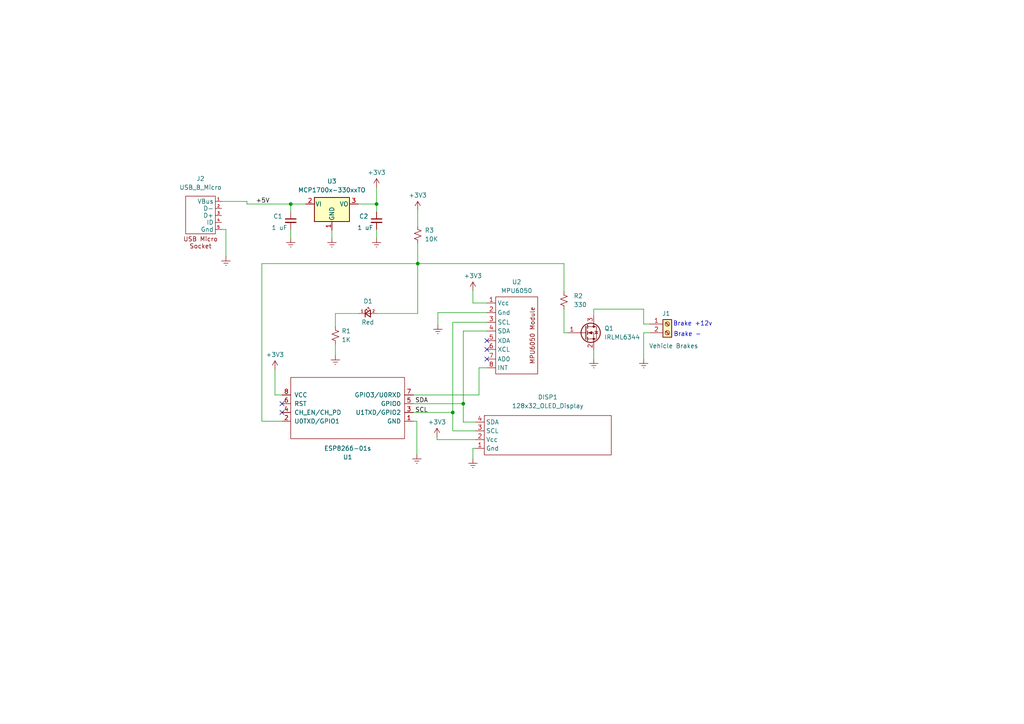
<source format=kicad_sch>
(kicad_sch (version 20231120) (generator "eeschema") (generator_version "8.0")
  (paper "A4")
  (title_block (title "Acceleration Logger and indicator") (date "2025-04-07") (rev "0.1.0"))
  (lib_symbols
    (symbol "Connector:Screw_Terminal_01x02" (pin_names (offset 1.016) hide)
      (property "Reference" "J" (at 0 2.54 0))
      (property "Value" "Screw_Terminal_01x02" (at 0 -5.08 0))
      (symbol "Screw_Terminal_01x02_1_1"
        (rectangle (start -1.27 1.27) (end 1.27 -3.81) (stroke (width 0.254)) (fill (type background)))
        (circle (center 0 -2.54) (radius 0.635) (stroke (width 0.1524)))
        (polyline (pts (xy -0.5334 -2.2098) (xy 0.3302 -3.048)) (stroke (width 0.1524)))
        (polyline (pts (xy -0.5334 0.3302) (xy 0.3302 -0.508)) (stroke (width 0.1524)))
        (polyline (pts (xy -0.3556 -2.032) (xy 0.508 -2.8702)) (stroke (width 0.1524)))
        (polyline (pts (xy -0.3556 0.508) (xy 0.508 -0.3302)) (stroke (width 0.1524)))
        (circle (center 0 0) (radius 0.635) (stroke (width 0.1524)))
        (pin passive line (at -5.08 0 0) (length 3.81) (name "Pin_1") (number "1"))
        (pin passive line (at -5.08 -2.54 0) (length 3.81) (name "Pin_2") (number "2"))
      )
    )
    (symbol "Davids_Symbols:128x32_OLED_Display"
      (property "Reference" "DISP?" (at 5.715 0 0))
      (property "Value" "128x32_OLED_Display" (at 12.065 -6.35 0))
      (symbol "128x32_OLED_Display_0_1"
        (rectangle (start 26.035 -12.7) (end -10.795 -1.27) (stroke (width 0.1524)))
      )
      (symbol "128x32_OLED_Display_1_1"
        (pin power_in line (at -13.335 -10.795 0) (length 2.54) (name "Gnd") (number "1"))
        (pin power_in line (at -13.335 -8.255 0) (length 2.54) (name "Vcc") (number "2"))
        (pin input line (at -13.335 -5.715 0) (length 2.54) (name "SCL") (number "3"))
        (pin input line (at -13.335 -3.175 0) (length 2.54) (name "SDA") (number "4"))
      )
    )
    (symbol "Davids_Symbols:MPU6050_Accelerometer_Module"
      (property "Reference" "U" (at 5.588 23.368 0))
      (symbol "MPU6050_Accelerometer_Module_0_1"
        (rectangle (start 0 22.352) (end 12.192 0))
      )
      (symbol "MPU6050_Accelerometer_Module_1_1"
        (text "MPU6050 Module" (at 1.524 11.176 900) (effects (font (size 1.27 1.27))))
        (pin power_in line (at 14.732 20.574 180) (length 2.54) (name "Vcc") (number "1"))
        (pin power_in line (at 14.732 17.78 180) (length 2.54) (name "Gnd") (number "2"))
        (pin bidirectional line (at 14.732 14.986 180) (length 2.54) (name "SCL") (number "3"))
        (pin bidirectional line (at 14.732 12.446 180) (length 2.54) (name "SDA") (number "4"))
        (pin bidirectional line (at 14.732 9.652 180) (length 2.54) (name "XDA") (number "5"))
        (pin bidirectional line (at 14.732 7.112 180) (length 2.54) (name "XCL") (number "6"))
        (pin input line (at 14.732 4.318 180) (length 2.54) (name "AD0") (number "7"))
        (pin output line (at 14.732 1.778 180) (length 2.54) (name "INT") (number "8"))
      )
    )
    (symbol "Davids_Symbols:USB_Micro_Breakout_Board"
      (property "Reference" "U" (at 3.81 12.7 0))
      (symbol "USB_Micro_Breakout_Board_0_1"
        (rectangle (start 0 10.922) (end 8.636 0))
      )
      (symbol "USB_Micro_Breakout_Board_1_0"
        (pin passive line (at 10.414 9.398 180) (length 1.778) (name "VBus") (number "1"))
        (pin bidirectional line (at 10.414 7.366 180) (length 1.778) (name "D-") (number "2"))
        (pin bidirectional line (at 10.414 5.334 180) (length 1.778) (name "D+") (number "3"))
        (pin passive line (at 10.414 3.302 180) (length 1.778) (name "ID") (number "4"))
        (pin power_out line (at 10.414 1.27 180) (length 1.778) (name "Gnd") (number "5"))
      )
      (symbol "USB_Micro_Breakout_Board_1_1"
        (text "USB Micro\nSocket" (at 4.318 -2.54 0) (effects (font (size 1.27 1.27))))
      )
    )
    (symbol "Device:C_Small" (pin_numbers hide) (pin_names (offset 0.254) hide)
      (property "Reference" "C" (at 0.254 1.778 0))
      (property "Value" "C_Small" (at 0.254 -2.032 0))
      (symbol "C_Small_0_1"
        (polyline (pts (xy -1.524 -0.508) (xy 1.524 -0.508)) (stroke (width 0.3302)))
        (polyline (pts (xy -1.524 0.508) (xy 1.524 0.508)) (stroke (width 0.3048)))
      )
      (symbol "C_Small_1_1"
        (pin passive line (at 0 2.54 270) (length 2.032) (name "~") (number "1"))
        (pin passive line (at 0 -2.54 90) (length 2.032) (name "~") (number "2"))
      )
    )
    (symbol "Device:LED_Small" (pin_names (offset 0.254) hide)
      (property "Reference" "D1" (at 0.0635 3.556 0))
      (property "Value" "Red" (at 0 -2.54 0))
      (symbol "LED_Small_0_1"
        (polyline (pts (xy -0.762 -1.016) (xy -0.762 1.016)) (stroke (width 0.254)))
        (polyline (pts (xy 1.016 0) (xy -0.762 0)))
        (polyline (pts (xy 0.762 -1.016) (xy -0.762 0) (xy 0.762 1.016) (xy 0.762 -1.016)) (stroke (width 0.254)))
        (polyline (pts (xy 0 0.762) (xy -0.508 1.27) (xy -0.254 1.27) (xy -0.508 1.27) (xy -0.508 1.016)))
        (polyline (pts (xy 0.508 1.27) (xy 0 1.778) (xy 0.254 1.778) (xy 0 1.778) (xy 0 1.524)))
      )
      (symbol "LED_Small_1_0"
        (pin passive line (at -2.54 0 0) (length 1.778) (name "K") (number "1"))
        (pin passive line (at 2.54 0 180) (length 1.778) (name "A") (number "2"))
      )
    )
    (symbol "Device:R_Small_US" (pin_numbers hide) (pin_names (offset 0.254) hide)
      (property "Reference" "R" (at 0.762 0.508 0))
      (property "Value" "R_Small_US" (at 0.762 -1.016 0))
      (symbol "R_Small_US_1_1"
        (polyline (pts (xy 0 0) (xy 1.016 -0.381) (xy 0 -0.762) (xy -1.016 -1.143) (xy 0 -1.524)))
        (polyline (pts (xy 0 1.524) (xy 1.016 1.143) (xy 0 0.762) (xy -1.016 0.381) (xy 0 0)))
        (pin passive line (at 0 2.54 270) (length 1.016) (name "~") (number "1"))
        (pin passive line (at 0 -2.54 90) (length 1.016) (name "~") (number "2"))
      )
    )
    (symbol "ESP8266:ESP8266-01s" (pin_names (offset 1.016))
      (property "Reference" "U" (at -1.778 10.414 0))
      (property "Value" "ESP8266-01s" (at 0 -6.985 0))
      (symbol "ESP8266-01s_1_0"
        (rectangle (start -16.51 8.89) (end 16.51 -8.89))
      )
      (symbol "ESP8266-01s_1_1"
        (pin power_in line (at -19.05 3.81 0) (length 2.54) (name "GND") (number "1"))
        (pin bidirectional line (at 19.05 3.81 180) (length 2.54) (name "U0TXD/GPIO1") (number "2"))
        (pin bidirectional line (at -19.05 1.27 0) (length 2.54) (name "U1TXD/GPIO2") (number "3"))
        (pin input line (at 19.05 1.27 180) (length 2.54) (name "CH_EN/CH_PD") (number "4"))
        (pin bidirectional line (at -19.05 -1.27 0) (length 2.54) (name "GPIO0") (number "5"))
        (pin input line (at 19.05 -1.27 180) (length 2.54) (name "RST") (number "6"))
        (pin bidirectional line (at -19.05 -3.81 0) (length 2.54) (name "GPIO3/U0RXD") (number "7"))
        (pin power_in line (at 19.05 -3.81 180) (length 2.54) (name "VCC") (number "8"))
      )
    )
    (symbol "Regulator_Linear:MCP1700x-330xxTO" (pin_names (offset 0.254))
      (property "Reference" "U" (at -3.81 -3.175 0))
      (property "Value" "MCP1700x-330xxTO" (at 0 -3.175 0))
      (symbol "MCP1700x-330xxTO_0_1"
        (rectangle (start -5.08 5.08) (end 5.08 -1.905) (stroke (width 0.254)) (fill (type background)))
      )
      (symbol "MCP1700x-330xxTO_1_1"
        (pin power_in line (at 0 7.62 270) (length 2.54) (name "GND") (number "1"))
        (pin power_in line (at -7.62 0 0) (length 2.54) (name "VI") (number "2"))
        (pin power_out line (at 7.62 0 180) (length 2.54) (name "VO") (number "3"))
      )
    )
    (symbol "Transistor_FET:IRLML6244" (pin_names hide)
      (property "Reference" "Q" (at 5.08 1.905 0))
      (property "Value" "IRLML6244" (at 5.08 0 0))
      (symbol "IRLML6244_0_1"
        (polyline (pts (xy 0.254 0) (xy -2.54 0)))
        (polyline (pts (xy 0.254 1.905) (xy 0.254 -1.905)) (stroke (width 0.254)))
        (polyline (pts (xy 0.762 -1.27) (xy 0.762 -2.286)) (stroke (width 0.254)))
        (polyline (pts (xy 0.762 0.508) (xy 0.762 -0.508)) (stroke (width 0.254)))
        (polyline (pts (xy 0.762 2.286) (xy 0.762 1.27)) (stroke (width 0.254)))
        (polyline (pts (xy 2.54 2.54) (xy 2.54 1.778)))
        (polyline (pts (xy 2.54 -2.54) (xy 2.54 0) (xy 0.762 0)))
        (polyline (pts (xy 0.762 -1.778) (xy 3.302 -1.778) (xy 3.302 1.778) (xy 0.762 1.778)))
        (polyline (pts (xy 1.016 0) (xy 2.032 0.381) (xy 2.032 -0.381) (xy 1.016 0)) (fill (type outline)))
        (polyline (pts (xy 2.794 0.508) (xy 2.921 0.381) (xy 3.683 0.381) (xy 3.81 0.254)))
        (polyline (pts (xy 3.302 0.381) (xy 2.921 -0.254) (xy 3.683 -0.254) (xy 3.302 0.381)))
        (circle (center 1.651 0) (radius 2.794) (stroke (width 0.254)))
        (circle (center 2.54 -1.778) (radius 0.254) (fill (type outline)))
        (circle (center 2.54 1.778) (radius 0.254) (fill (type outline)))
      )
      (symbol "IRLML6244_1_1"
        (pin input line (at -5.08 0 0) (length 2.54) (name "G") (number "1"))
        (pin passive line (at 2.54 -5.08 90) (length 2.54) (name "S") (number "2"))
        (pin passive line (at 2.54 5.08 270) (length 2.54) (name "D") (number "3"))
      )
    )
    (symbol "power:+3V3" (power) (pin_names (offset 0))
      (property "Value" "+3V3" (at 0 3.556 0))
      (symbol "+3V3_0_1"
        (polyline (pts (xy -0.762 1.27) (xy 0 2.54)))
        (polyline (pts (xy 0 0) (xy 0 2.54)))
        (polyline (pts (xy 0 2.54) (xy 0.762 1.27)))
      )
      (symbol "+3V3_1_1"
        (pin power_in line (at 0 0 90) (length 0) hide (name "+3V3") (number "1"))
      )
    )
    (symbol "power:Earth" (power) (pin_names (offset 0))
      (symbol "Earth_0_1"
        (polyline (pts (xy -0.635 -1.905) (xy 0.635 -1.905)))
        (polyline (pts (xy -0.127 -2.54) (xy 0.127 -2.54)))
        (polyline (pts (xy 0 -1.27) (xy 0 0)))
        (polyline (pts (xy 1.27 -1.27) (xy -1.27 -1.27)))
      )
      (symbol "Earth_1_1"
        (pin power_in line (at 0 0 270) (length 0) hide (name "Earth") (number "1"))
      )
    )
  )
  (junction (at 84.328 59.182))
  (junction (at 134.366 117.094))
  (junction (at 121.158 76.454))
  (junction (at 109.22 59.182))
  (junction (at 131.318 119.634))
  (no_connect (at 81.788 117.094))
  (no_connect (at 81.788 119.634))
  (no_connect (at 141.224 98.806))
  (no_connect (at 141.224 104.14))
  (no_connect (at 141.224 101.346))
  (wire (pts (xy 84.328 66.548) (xy 84.328 69.088)))
  (wire (pts (xy 131.318 124.968) (xy 137.922 124.968)))
  (wire (pts (xy 138.938 106.68) (xy 138.938 114.554)))
  (wire (pts (xy 163.576 89.662) (xy 163.576 96.52)))
  (wire (pts (xy 188.468 96.52) (xy 186.69 96.52)))
  (wire (pts (xy 163.576 76.454) (xy 163.576 84.582)))
  (wire (pts (xy 186.69 96.52) (xy 186.69 104.14)))
  (wire (pts (xy 134.366 122.428) (xy 137.922 122.428)))
  (wire (pts (xy 141.224 96.012) (xy 134.366 96.012)))
  (wire (pts (xy 109.22 59.182) (xy 109.22 61.468)))
  (wire (pts (xy 131.318 93.472) (xy 131.318 119.634)))
  (wire (pts (xy 126.746 127.508) (xy 126.746 126.746)))
  (wire (pts (xy 109.22 90.932) (xy 121.158 90.932)))
  (wire (pts (xy 121.158 70.612) (xy 121.158 76.454)))
  (wire (pts (xy 103.886 59.182) (xy 109.22 59.182)))
  (wire (pts (xy 71.628 58.42) (xy 71.628 59.182)))
  (wire (pts (xy 186.69 93.98) (xy 186.69 89.662)))
  (wire (pts (xy 104.14 90.932) (xy 97.282 90.932)))
  (wire (pts (xy 119.888 122.174) (xy 120.904 122.174)))
  (wire (pts (xy 134.366 117.094) (xy 134.366 122.428)))
  (wire (pts (xy 71.628 59.182) (xy 84.328 59.182)))
  (wire (pts (xy 134.366 96.012) (xy 134.366 117.094)))
  (wire (pts (xy 137.16 130.048) (xy 137.16 133.096)))
  (wire (pts (xy 137.922 127.508) (xy 126.746 127.508)))
  (wire (pts (xy 137.922 130.048) (xy 137.16 130.048)))
  (wire (pts (xy 188.468 93.98) (xy 186.69 93.98)))
  (wire (pts (xy 186.69 89.662) (xy 172.212 89.662)))
  (wire (pts (xy 163.576 96.52) (xy 164.592 96.52)))
  (wire (pts (xy 141.224 87.884) (xy 137.16 87.884)))
  (wire (pts (xy 64.262 66.548) (xy 65.532 66.548)))
  (wire (pts (xy 121.158 76.454) (xy 163.576 76.454)))
  (wire (pts (xy 119.888 117.094) (xy 134.366 117.094)))
  (wire (pts (xy 127 90.678) (xy 127 94.234)))
  (wire (pts (xy 137.16 87.884) (xy 137.16 84.328)))
  (wire (pts (xy 84.328 59.182) (xy 88.646 59.182)))
  (wire (pts (xy 141.224 93.472) (xy 131.318 93.472)))
  (wire (pts (xy 109.22 66.548) (xy 109.22 69.088)))
  (wire (pts (xy 81.788 114.554) (xy 79.756 114.554)))
  (wire (pts (xy 65.532 66.548) (xy 65.532 74.422)))
  (wire (pts (xy 172.212 89.662) (xy 172.212 91.44)))
  (wire (pts (xy 131.318 119.634) (xy 131.318 124.968)))
  (wire (pts (xy 141.224 90.678) (xy 127 90.678)))
  (wire (pts (xy 97.282 90.932) (xy 97.282 94.742)))
  (wire (pts (xy 75.946 122.174) (xy 75.946 76.454)))
  (wire (pts (xy 81.788 122.174) (xy 75.946 122.174)))
  (wire (pts (xy 84.328 59.182) (xy 84.328 61.468)))
  (wire (pts (xy 97.282 99.822) (xy 97.282 103.124)))
  (wire (pts (xy 96.266 66.802) (xy 96.266 69.088)))
  (wire (pts (xy 120.904 122.174) (xy 120.904 131.826)))
  (wire (pts (xy 79.756 114.554) (xy 79.756 107.188)))
  (wire (pts (xy 109.22 59.182) (xy 109.22 54.356)))
  (wire (pts (xy 172.212 101.6) (xy 172.212 104.14)))
  (wire (pts (xy 75.946 76.454) (xy 121.158 76.454)))
  (wire (pts (xy 64.262 58.42) (xy 71.628 58.42)))
  (wire (pts (xy 121.158 76.454) (xy 121.158 90.932)))
  (wire (pts (xy 141.224 106.68) (xy 138.938 106.68)))
  (wire (pts (xy 121.158 60.96) (xy 121.158 65.532)))
  (wire (pts (xy 119.888 119.634) (xy 131.318 119.634)))
  (wire (pts (xy 138.938 114.554) (xy 119.888 114.554)))
  (text "Brake -" (at 199.39 97.028 0) (effects (font (size 1.27 1.27))))
  (text "Brake +12v" (at 200.914 93.98 0) (effects (font (size 1.27 1.27))))
  (label "+5V" (at 74.168 59.182 0))
  (label "SCL" (at 120.396 119.888 0))
  (label "SDA" (at 120.396 117.094 0))
  (symbol (lib_id "Connector:Screw_Terminal_01x02") (at 193.548 93.98 0) (unit 1)
    (property "Reference" "J1" (at 192.024 90.932 0) (effects (justify left)))
    (property "Value" "Vehicle Brakes" (at 188.214 100.33 0) (effects (justify left)))
    (property "Footprint" "Davids_Footprints:KF350 2 Pin Terminal Block" (effects (hide yes)))
    (property "Description" "Generic screw terminal, single row, 01x02, script generated (kicad-library-utils/schlib/autogen/connector/)" (effects (hide yes)))
  )
  (symbol (lib_id "Davids_Symbols:128x32_OLED_Display") (at 151.257 119.253 0) (unit 1)
    (property "Reference" "DISP1" (at 158.877 115.189 0))
    (property "Value" "128x32_OLED_Display" (at 158.877 117.729 0))
    (property "Footprint" "Davids_Footprints:OLED_0.91_128x32" (effects (hide yes)))
  )
  (symbol (lib_id "power:Earth") (at 96.266 69.088 0) (unit 1)
    (property "Reference" "#PWR011" (effects (hide yes)))
    (property "Value" "Earth" (effects (hide yes)))
    (property "Description" "Power symbol creates a global label with name \"Earth\"" (effects (hide yes)))
  )
  (symbol (lib_id "power:+3V3") (at 121.158 60.96 0) (unit 1)
    (property "Reference" "#PWR015" (effects (hide yes)))
    (property "Value" "+3V3" (at 121.158 56.642 0))
    (property "Description" "Power symbol creates a global label with name \"+3V3\"" (effects (hide yes)))
  )
  (symbol (lib_id "Device:LED_Small") (at 106.68 90.932 0) (unit 1)
    (property "Reference" "D1" (at 106.7435 87.376 0))
    (property "Value" "Red" (at 106.68 93.472 0))
    (property "Footprint" "LED_SMD:LED_1206_3216Metric" (effects (hide yes)))
    (property "Description" "Light emitting diode, small symbol" (effects (hide yes)))
  )
  (symbol (lib_id "power:Earth") (at 172.212 104.14 0) (unit 1)
    (property "Reference" "#PWR08" (effects (hide yes)))
    (property "Value" "Earth" (effects (hide yes)))
    (property "Description" "Power symbol creates a global label with name \"Earth\"" (effects (hide yes)))
  )
  (symbol (lib_id "power:Earth") (at 97.282 103.124 0) (unit 1)
    (property "Reference" "#PWR07" (effects (hide yes)))
    (property "Value" "Earth" (effects (hide yes)))
    (property "Description" "Power symbol creates a global label with name \"Earth\"" (effects (hide yes)))
  )
  (symbol (lib_id "power:+3V3") (at 79.756 107.188 0) (unit 1)
    (property "Reference" "#PWR04" (effects (hide yes)))
    (property "Value" "+3V3" (at 79.756 102.87 0))
    (property "Description" "Power symbol creates a global label with name \"+3V3\"" (effects (hide yes)))
  )
  (symbol (lib_id "power:Earth") (at 65.532 74.422 0) (unit 1)
    (property "Reference" "#PWR013" (effects (hide yes)))
    (property "Value" "Earth" (effects (hide yes)))
    (property "Description" "Power symbol creates a global label with name \"Earth\"" (effects (hide yes)))
  )
  (symbol (lib_id "Device:C_Small") (at 84.328 64.008 0) (unit 1)
    (property "Reference" "C1" (at 79.248 62.738 0) (effects (justify left)))
    (property "Value" "1 uF" (at 78.74 66.04 0) (effects (justify left)))
    (property "Footprint" "Capacitor_SMD:C_0805_2012Metric_Pad1.18x1.45mm_HandSolder" (effects (hide yes)))
    (property "Description" "Unpolarized capacitor, small symbol" (effects (hide yes)))
  )
  (symbol (lib_id "power:Earth") (at 137.16 133.096 0) (unit 1)
    (property "Reference" "#PWR03" (effects (hide yes)))
    (property "Value" "Earth" (effects (hide yes)))
    (property "Description" "Power symbol creates a global label with name \"Earth\"" (effects (hide yes)))
  )
  (symbol (lib_id "power:Earth") (at 84.328 69.088 0) (unit 1)
    (property "Reference" "#PWR012" (effects (hide yes)))
    (property "Value" "Earth" (effects (hide yes)))
    (property "Description" "Power symbol creates a global label with name \"Earth\"" (effects (hide yes)))
  )
  (symbol (lib_id "power:Earth") (at 127 94.234 0) (unit 1)
    (property "Reference" "#PWR02" (effects (hide yes)))
    (property "Value" "Earth" (effects (hide yes)))
    (property "Description" "Power symbol creates a global label with name \"Earth\"" (effects (hide yes)))
  )
  (symbol (lib_id "Regulator_Linear:MCP1700x-330xxTO") (at 96.266 59.182 0) (mirror x) (unit 1)
    (property "Reference" "U3" (at 96.266 52.578 0))
    (property "Value" "MCP1700x-330xxTO" (at 96.266 55.118 0))
    (property "Footprint" "Package_TO_SOT_THT:TO-92_Inline" (effects (hide yes)))
    (property "Datasheet" "http://ww1.microchip.com/downloads/en/DeviceDoc/20001826D.pdf" (effects (hide yes)))
    (property "Description" "250mA Low Quiscent Current LDO, 3.3V output, TO-92" (effects (hide yes)))
  )
  (symbol (lib_id "Device:R_Small_US") (at 121.158 68.072 0) (unit 1)
    (property "Reference" "R3" (at 123.19 66.8019 0) (effects (justify left)))
    (property "Value" "10K" (at 123.19 69.3419 0) (effects (justify left)))
    (property "Footprint" "Resistor_SMD:R_0805_2012Metric_Pad1.20x1.40mm_HandSolder" (effects (hide yes)))
    (property "Description" "Resistor, small US symbol" (effects (hide yes)))
  )
  (symbol (lib_id "Davids_Symbols:USB_Micro_Breakout_Board") (at 53.848 67.818 0) (unit 1)
    (property "Reference" "J2" (at 58.166 51.816 0))
    (property "Value" "USB_B_Micro" (at 58.166 54.356 0))
    (property "Footprint" "Davids_Footprints:USB Micro Breakout Board" (effects (hide yes)))
    (property "Description" "USB Micro Type B connector" (effects (hide yes)))
  )
  (symbol (lib_id "power:+3V3") (at 137.16 84.328 0) (unit 1)
    (property "Reference" "#PWR05" (effects (hide yes)))
    (property "Value" "+3V3" (at 137.16 80.01 0))
    (property "Description" "Power symbol creates a global label with name \"+3V3\"" (effects (hide yes)))
  )
  (symbol (lib_id "Device:C_Small") (at 109.22 64.008 0) (unit 1)
    (property "Reference" "C2" (at 104.14 62.738 0) (effects (justify left)))
    (property "Value" "1 uF" (at 103.632 66.04 0) (effects (justify left)))
    (property "Footprint" "Capacitor_SMD:C_0805_2012Metric_Pad1.18x1.45mm_HandSolder" (effects (hide yes)))
    (property "Description" "Unpolarized capacitor, small symbol" (effects (hide yes)))
  )
  (symbol (lib_id "power:+3V3") (at 109.22 54.356 0) (unit 1)
    (property "Reference" "#PWR010" (effects (hide yes)))
    (property "Value" "+3V3" (at 109.22 50.038 0))
    (property "Description" "Power symbol creates a global label with name \"+3V3\"" (effects (hide yes)))
  )
  (symbol (lib_id "Device:R_Small_US") (at 163.576 87.122 0) (unit 1)
    (property "Reference" "R2" (at 166.37 85.8519 0) (effects (justify left)))
    (property "Value" "330" (at 166.37 88.3919 0) (effects (justify left)))
    (property "Footprint" "Resistor_SMD:R_0805_2012Metric_Pad1.20x1.40mm_HandSolder" (effects (hide yes)))
    (property "Description" "Resistor, small US symbol" (effects (hide yes)))
  )
  (symbol (lib_id "power:Earth") (at 186.69 104.14 0) (unit 1)
    (property "Reference" "#PWR9" (effects (hide yes)))
    (property "Value" "Earth" (effects (hide yes)))
    (property "Description" "Power symbol creates a global label with name \"Earth\"" (effects (hide yes)))
  )
  (symbol (lib_id "power:+3V3") (at 126.746 126.746 0) (unit 1)
    (property "Reference" "#PWR06" (effects (hide yes)))
    (property "Value" "+3V3" (at 126.746 122.428 0))
    (property "Description" "Power symbol creates a global label with name \"+3V3\"" (effects (hide yes)))
  )
  (symbol (lib_id "Davids_Symbols:MPU6050_Accelerometer_Module") (at 155.956 108.458 0) (mirror y) (unit 1)
    (property "Reference" "U2" (at 149.86 81.788 0))
    (property "Value" "MPU6050" (at 149.86 84.328 0))
    (property "Footprint" "Davids_Footprints:MPU6050_Accelerometer_Module" (effects (hide yes)))
    (property "Datasheet" "https://kionixfs.azureedge.net/en/datasheet/KXTJ3-1057-Specifications-Rev-5.0.pdf" (effects (hide yes)))
    (property "Description" "±2g / 4g / 8g / 16g Tri-Axis Digital Accelerometer, I2C, 1.71-3.6V, LGA-12" (effects (hide yes)))
  )
  (symbol (lib_id "Transistor_FET:IRLML6244") (at 169.672 96.52 0) (unit 1)
    (property "Reference" "Q1" (at 175.26 95.2499 0) (effects (justify left)))
    (property "Value" "IRLML6344" (at 175.26 97.7899 0) (effects (justify left)))
    (property "Footprint" "Package_TO_SOT_SMD:SOT-23" (effects (hide yes)))
    (property "Datasheet" "https://www.infineon.com/dgdl/Infineon-IRLML6244-DataSheet-v01_01-EN.pdf?fileId=5546d462533600a4015356686fed261f" (effects (hide yes)))
    (property "Description" "6.3A Id, 20V Vds, 21mOhm Rds, N-Channel StrongIRFET Power MOSFET, SOT-23" (effects (hide yes)))
  )
  (symbol (lib_id "power:Earth") (at 109.22 69.088 0) (unit 1)
    (property "Reference" "#PWR014" (effects (hide yes)))
    (property "Value" "Earth" (effects (hide yes)))
    (property "Description" "Power symbol creates a global label with name \"Earth\"" (effects (hide yes)))
  )
  (symbol (lib_id "Device:R_Small_US") (at 97.282 97.282 0) (unit 1)
    (property "Reference" "R1" (at 99.06 96.0119 0) (effects (justify left)))
    (property "Value" "1K" (at 99.06 98.5519 0) (effects (justify left)))
    (property "Footprint" "Resistor_SMD:R_0805_2012Metric_Pad1.20x1.40mm_HandSolder" (effects (hide yes)))
    (property "Description" "Resistor, small US symbol" (effects (hide yes)))
  )
  (symbol (lib_id "power:Earth") (at 120.904 131.826 0) (unit 1)
    (property "Reference" "#PWR01" (effects (hide yes)))
    (property "Value" "Earth" (effects (hide yes)))
    (property "Description" "Power symbol creates a global label with name \"Earth\"" (effects (hide yes)))
  )
  (symbol (lib_id "ESP8266:ESP8266-01s") (at 100.838 118.364 180) (unit 1)
    (property "Reference" "U1" (at 100.838 132.588 0))
    (property "Value" "ESP8266-01s" (at 100.838 130.048 0))
    (property "Footprint" "espressif:ESP8266-01s" (effects (hide yes)))
    (property "Datasheet" "https://www.universal-solder.ca/downloads/esp8266_series_modules_user_manual_en.pdf" (effects (hide yes)))
    (property "Description" "ESP8266 ESP-01s module" (effects (hide yes)))
  )
)
</source>
